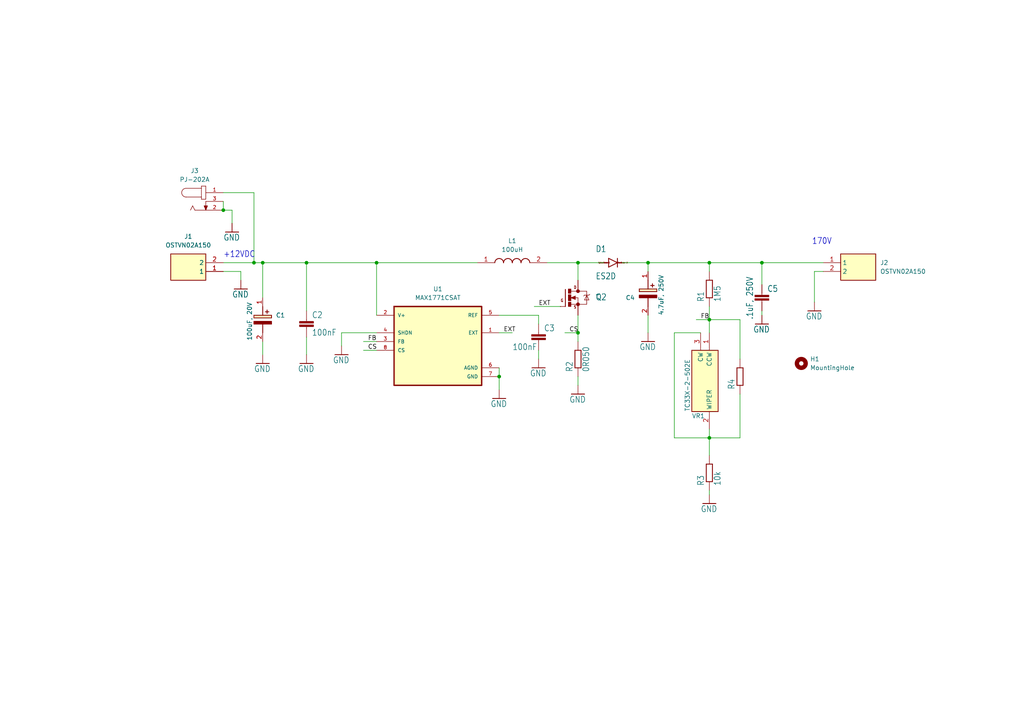
<source format=kicad_sch>
(kicad_sch (version 20230121) (generator eeschema)
  (paper "A4")
  (lib_symbols
    (symbol "EL35901-eagle-import:C-EUC0805"
      (property "Reference" "C" (at 1.524 0.381 0))
      (symbol "C-EUC0805_1_0"
        (rectangle (start -2.032 -2.032) (end 2.032 -1.524) (fill (type outline)))
        (rectangle (start -2.032 -1.016) (end 2.032 -0.508) (fill (type outline)))
        (polyline (pts (xy 0 -2.54) (xy 0 -2.032)) (stroke (width 0.1524)))
        (polyline (pts (xy 0 0) (xy 0 -0.508)) (stroke (width 0.1524)))
        (pin passive line (at 0 2.54 270) (length 2.54) (name "1") (number "1"))
        (pin passive line (at 0 -5.08 90) (length 2.54) (name "2") (number "2"))
      )
    )
    (symbol "EL35901-eagle-import:ES2D"
      (property "Reference" "D" (at 2.54 0.4826 0))
      (symbol "ES2D_1_0"
        (polyline (pts (xy -1.27 -1.27) (xy 1.27 0)) (stroke (width 0.254)))
        (polyline (pts (xy -1.27 0) (xy -2.54 0)) (stroke (width 0.254)))
        (polyline (pts (xy -1.27 0) (xy -1.27 -1.27)) (stroke (width 0.254)))
        (polyline (pts (xy -1.27 1.27) (xy -1.27 0)) (stroke (width 0.254)))
        (polyline (pts (xy 1.27 0) (xy -1.27 1.27)) (stroke (width 0.254)))
        (polyline (pts (xy 1.27 0) (xy 1.27 -1.27)) (stroke (width 0.254)))
        (polyline (pts (xy 1.27 1.27) (xy 1.27 0)) (stroke (width 0.254)))
        (polyline (pts (xy 2.54 0) (xy 1.27 0)) (stroke (width 0.254)))
        (text "SpiceOrder 1" (at -2.54 0 0) (effects (font (size 0.4064 0.3454))))
        (text "SpiceOrder 2" (at 2.54 0 0) (effects (font (size 0.4064 0.3454))))
        (pin passive line (at -2.54 0 0) (length 0) (name "A") (number "A"))
        (pin passive line (at 2.54 0 180) (length 0) (name "C") (number "C"))
      )
    )
    (symbol "EL35901-eagle-import:GND" (power)
      (property "Value" "GND" (at -2.54 -2.54 0))
      (symbol "GND_1_0"
        (polyline (pts (xy -1.905 0) (xy 1.905 0)) (stroke (width 0.254)))
        (pin power_in line (at 0 2.54 270) (length 2.54) (name "GND") (number "1"))
      )
    )
    (symbol "EL35901-eagle-import:IRF740ADPAK"
      (property "Reference" "Q" (at 7.62 2.54 0))
      (symbol "IRF740ADPAK_1_0"
        (rectangle (start -0.254 -2.54) (end 0.508 -1.27) (fill (type outline)))
        (rectangle (start -0.254 -0.889) (end 0.508 0.889) (fill (type outline)))
        (rectangle (start -0.254 1.27) (end 0.508 2.54) (fill (type outline)))
        (polyline (pts (xy -1.1176 -2.54) (xy -2.54 -2.54)) (stroke (width 0.1524)))
        (polyline (pts (xy -1.1176 2.413) (xy -1.1176 -2.54)) (stroke (width 0.254)))
        (polyline (pts (xy 0.508 -1.905) (xy 2.54 -1.905)) (stroke (width 0.1524)))
        (polyline (pts (xy 0.508 0) (xy 1.778 -0.508)) (stroke (width 0.1524)))
        (polyline (pts (xy 0.762 0) (xy 1.651 -0.254)) (stroke (width 0.3048)))
        (polyline (pts (xy 1.651 -0.254) (xy 1.651 0)) (stroke (width 0.3048)))
        (polyline (pts (xy 1.651 0) (xy 1.397 0)) (stroke (width 0.3048)))
        (polyline (pts (xy 1.651 0) (xy 2.54 0)) (stroke (width 0.1524)))
        (polyline (pts (xy 1.651 0.254) (xy 0.762 0)) (stroke (width 0.3048)))
        (polyline (pts (xy 1.778 -0.508) (xy 1.778 0.508)) (stroke (width 0.1524)))
        (polyline (pts (xy 1.778 0.508) (xy 0.508 0)) (stroke (width 0.1524)))
        (polyline (pts (xy 2.54 -1.905) (xy 2.54 -2.54)) (stroke (width 0.1524)))
        (polyline (pts (xy 2.54 0) (xy 2.54 -1.905)) (stroke (width 0.1524)))
        (polyline (pts (xy 2.54 1.905) (xy 0.5334 1.905)) (stroke (width 0.1524)))
        (polyline (pts (xy 2.54 1.905) (xy 5.08 1.905)) (stroke (width 0.1524)))
        (polyline (pts (xy 2.54 2.54) (xy 2.54 1.905)) (stroke (width 0.1524)))
        (polyline (pts (xy 4.445 -0.635) (xy 5.715 -0.635)) (stroke (width 0.1524)))
        (polyline (pts (xy 4.445 0.762) (xy 4.191 0.508)) (stroke (width 0.1524)))
        (polyline (pts (xy 4.445 0.762) (xy 5.08 0.762)) (stroke (width 0.1524)))
        (polyline (pts (xy 5.08 -1.905) (xy 2.54 -1.905)) (stroke (width 0.1524)))
        (polyline (pts (xy 5.08 0.762) (xy 4.445 -0.635)) (stroke (width 0.1524)))
        (polyline (pts (xy 5.08 0.762) (xy 5.08 -1.905)) (stroke (width 0.1524)))
        (polyline (pts (xy 5.08 0.762) (xy 5.715 0.762)) (stroke (width 0.1524)))
        (polyline (pts (xy 5.08 1.905) (xy 5.08 0.762)) (stroke (width 0.1524)))
        (polyline (pts (xy 5.715 -0.635) (xy 5.08 0.762)) (stroke (width 0.1524)))
        (polyline (pts (xy 5.715 0.762) (xy 5.969 1.016)) (stroke (width 0.1524)))
        (circle (center 2.54 -1.905) (radius 0.127) (stroke (width 0.4064)))
        (circle (center 2.54 1.905) (radius 0.127) (stroke (width 0.4064)))
        (text "D" (at 1.27 2.54 0) (effects (font (size 0.8128 0.6908)) (justify left bottom)))
        (text "G" (at -2.54 -1.27 0) (effects (font (size 0.8128 0.6908)) (justify left bottom)))
        (text "S" (at 1.27 -3.175 0) (effects (font (size 0.8128 0.6908)) (justify left bottom)))
        (pin passive line (at -2.54 -2.54 0) (length 0) (name "G") (number "1"))
        (pin passive line (at 2.54 5.08 270) (length 2.54) (name "D") (number "2"))
        (pin passive line (at 2.54 -5.08 90) (length 2.54) (name "S") (number "3"))
      )
    )
    (symbol "EL35901-eagle-import:R-EU_R0805"
      (property "Reference" "R" (at -3.81 1.4986 0))
      (symbol "R-EU_R0805_1_0"
        (polyline (pts (xy -2.54 -0.889) (xy -2.54 0.889)) (stroke (width 0.254)))
        (polyline (pts (xy -2.54 -0.889) (xy 2.54 -0.889)) (stroke (width 0.254)))
        (polyline (pts (xy 2.54 -0.889) (xy 2.54 0.889)) (stroke (width 0.254)))
        (polyline (pts (xy 2.54 0.889) (xy -2.54 0.889)) (stroke (width 0.254)))
        (pin passive line (at -5.08 0 0) (length 2.54) (name "1") (number "1"))
        (pin passive line (at 5.08 0 180) (length 2.54) (name "2") (number "2"))
      )
    )
    (symbol "EL35901-eagle-import:R-EU_R1206"
      (property "Reference" "R" (at -3.81 1.4986 0))
      (symbol "R-EU_R1206_1_0"
        (polyline (pts (xy -2.54 -0.889) (xy -2.54 0.889)) (stroke (width 0.254)))
        (polyline (pts (xy -2.54 -0.889) (xy 2.54 -0.889)) (stroke (width 0.254)))
        (polyline (pts (xy 2.54 -0.889) (xy 2.54 0.889)) (stroke (width 0.254)))
        (polyline (pts (xy 2.54 0.889) (xy -2.54 0.889)) (stroke (width 0.254)))
        (pin passive line (at -5.08 0 0) (length 2.54) (name "1") (number "1"))
        (pin passive line (at 5.08 0 180) (length 2.54) (name "2") (number "2"))
      )
    )
    (symbol "IHLP4040DZER101M11:IHLP4040DZER101M11" (pin_names hide)
      (property "Reference" "L" (at 16.51 6.35 0))
      (property "Value" "IHLP4040DZER101M11" (at 16.51 3.81 0))
      (symbol "IHLP4040DZER101M11_1_1"
        (arc (start 7.62 0) (mid 6.35 1.219) (end 5.08 0) (stroke (width 0.254)))
        (arc (start 10.16 0) (mid 8.89 1.219) (end 7.62 0) (stroke (width 0.254)))
        (arc (start 12.7 0) (mid 11.43 1.219) (end 10.16 0) (stroke (width 0.254)))
        (arc (start 15.24 0) (mid 13.97 1.219) (end 12.7 0) (stroke (width 0.254)))
        (pin passive line (at 0 0 0) (length 5.08) (name "1") (number "1"))
        (pin passive line (at 20.32 0 180) (length 5.08) (name "2") (number "2"))
      )
    )
    (symbol "MAX1771CSAT:MAX1771CSAT" (pin_names (offset 1.016))
      (property "Reference" "U" (at -12.7 11.16 0))
      (property "Value" "MAX1771CSAT" (at -12.7 -16.7 0))
      (symbol "MAX1771CSAT_0_0"
        (rectangle (start -12.7 -12.7) (end 12.7 10.16) (stroke (width 0.41)) (fill (type background)))
        (pin output line (at 17.78 2.54 180) (length 5.08) (name "EXT") (number "1"))
        (pin input line (at -17.78 7.62 0) (length 5.08) (name "V+") (number "2"))
        (pin input line (at -17.78 0 0) (length 5.08) (name "FB") (number "3"))
        (pin input line (at -17.78 2.54 0) (length 5.08) (name "SHDN") (number "4"))
        (pin output line (at 17.78 7.62 180) (length 5.08) (name "REF") (number "5"))
        (pin power_in line (at 17.78 -7.62 180) (length 5.08) (name "AGND") (number "6"))
        (pin power_in line (at 17.78 -10.16 180) (length 5.08) (name "GND") (number "7"))
        (pin input line (at -17.78 -2.54 0) (length 5.08) (name "CS") (number "8"))
      )
    )
    (symbol "Mechanical:MountingHole" (pin_names (offset 1.016))
      (property "Reference" "H" (at 0 5.08 0))
      (property "Value" "MountingHole" (at 0 3.175 0))
      (symbol "MountingHole_0_1"
        (circle (center 0 0) (radius 1.27) (stroke (width 1.27)))
      )
    )
    (symbol "OSTVN02A150:OSTVN02A150"
      (property "Reference" "J" (at 16.51 7.62 0))
      (property "Value" "OSTVN02A150" (at 16.51 5.08 0))
      (symbol "OSTVN02A150_1_1"
        (rectangle (start 5.08 2.54) (end 15.24 -5.08) (stroke (width 0.254)) (fill (type background)))
        (pin passive line (at 0 0 0) (length 5.08) (name "1") (number "1"))
        (pin passive line (at 0 -2.54 0) (length 5.08) (name "2") (number "2"))
      )
    )
    (symbol "PJ-202A:PJ-202A" (pin_names (offset 1.016))
      (property "Reference" "J" (at -7.627 5.0847 0))
      (property "Value" "PJ-202A" (at -7.6214 -5.0809 0))
      (symbol "PJ-202A_0_0"
        (arc (start -5.715 3.81) (mid -6.9795 2.54) (end -5.715 1.27) (stroke (width 0.1524)))
        (polyline (pts (xy -5.715 3.81) (xy -1.27 3.81)) (stroke (width 0.1524)))
        (polyline (pts (xy -3.81 -1.27) (xy -4.445 -2.54)) (stroke (width 0.1524)))
        (polyline (pts (xy -3.175 -2.54) (xy -3.81 -1.27)) (stroke (width 0.1524)))
        (polyline (pts (xy -1.27 0.635) (xy 0 0.635)) (stroke (width 0.1524)))
        (polyline (pts (xy -1.27 1.27) (xy -5.715 1.27)) (stroke (width 0.1524)))
        (polyline (pts (xy -1.27 1.27) (xy -1.27 0.635)) (stroke (width 0.1524)))
        (polyline (pts (xy -1.27 3.81) (xy -1.27 1.27)) (stroke (width 0.1524)))
        (polyline (pts (xy -1.27 4.445) (xy -1.27 3.81)) (stroke (width 0.1524)))
        (polyline (pts (xy 0 -2.54) (xy -3.175 -2.54)) (stroke (width 0.1524)))
        (polyline (pts (xy 0 0) (xy 0 -2.54)) (stroke (width 0.1524)))
        (polyline (pts (xy 0 0.635) (xy 0 4.445)) (stroke (width 0.1524)))
        (polyline (pts (xy 0 4.445) (xy -1.27 4.445)) (stroke (width 0.1524)))
        (polyline (pts (xy 0 -2.54) (xy -0.508 -1.27) (xy 0.508 -1.27) (xy 0 -2.54)) (stroke (width 0.1524)) (fill (type outline)))
        (pin passive line (at 5.08 2.54 180) (length 5.08) (name "~") (number "1"))
        (pin passive line (at 5.08 -2.54 180) (length 5.08) (name "~") (number "2"))
        (pin passive line (at 5.08 0 180) (length 5.08) (name "~") (number "3"))
      )
    )
    (symbol "TAJD107K020RNJ:TAJD107K020RNJ" (pin_names hide)
      (property "Reference" "C" (at 8.89 6.35 0))
      (property "Value" "TAJD107K020RNJ" (at 8.89 3.81 0))
      (symbol "TAJD107K020RNJ_1_1"
        (polyline (pts (xy 2.54 0) (xy 5.08 0)) (stroke (width 0.254)))
        (polyline (pts (xy 4.064 1.778) (xy 4.064 0.762)) (stroke (width 0.254)))
        (polyline (pts (xy 4.572 1.27) (xy 3.556 1.27)) (stroke (width 0.254)))
        (polyline (pts (xy 7.62 0) (xy 10.16 0)) (stroke (width 0.254)))
        (polyline (pts (xy 7.62 2.54) (xy 7.62 -2.54) (xy 6.858 -2.54) (xy 6.858 2.54) (xy 7.62 2.54)) (stroke (width 0.254)) (fill (type outline)))
        (rectangle (start 5.08 2.54) (end 5.842 -2.54) (stroke (width 0.254)) (fill (type background)))
        (pin passive line (at 0 0 0) (length 2.54) (name "+") (number "1"))
        (pin passive line (at 12.7 0 180) (length 2.54) (name "-") (number "2"))
      )
    )
    (symbol "TC33X-2-502E:TC33X-2-502E"
      (property "Reference" "VR" (at 24.13 7.62 0))
      (property "Value" "TC33X-2-502E" (at 24.13 5.08 0))
      (symbol "TC33X-2-502E_1_1"
        (rectangle (start 5.08 2.54) (end 22.86 -5.08) (stroke (width 0.254)) (fill (type background)))
        (pin passive line (at 0 0 0) (length 5.08) (name "CCW") (number "1"))
        (pin passive line (at 27.94 0 180) (length 5.08) (name "WIPER") (number "2"))
        (pin passive line (at 0 -2.54 0) (length 5.08) (name "CW") (number "3"))
      )
    )
    (symbol "UVK2D0R1MED1TD:UVK2D0R1MED1TD" (pin_names hide)
      (property "Reference" "C" (at 8.89 6.35 0))
      (property "Value" "UVK2D0R1MED1TD" (at 8.89 3.81 0))
      (symbol "UVK2D0R1MED1TD_1_1"
        (polyline (pts (xy 2.54 0) (xy 5.08 0)) (stroke (width 0.254)))
        (polyline (pts (xy 4.064 1.778) (xy 4.064 0.762)) (stroke (width 0.254)))
        (polyline (pts (xy 4.572 1.27) (xy 3.556 1.27)) (stroke (width 0.254)))
        (polyline (pts (xy 7.62 0) (xy 10.16 0)) (stroke (width 0.254)))
        (polyline (pts (xy 7.62 2.54) (xy 7.62 -2.54) (xy 6.858 -2.54) (xy 6.858 2.54) (xy 7.62 2.54)) (stroke (width 0.254)) (fill (type outline)))
        (rectangle (start 5.08 2.54) (end 5.842 -2.54) (stroke (width 0.254)) (fill (type background)))
        (pin passive line (at 0 0 0) (length 2.54) (name "+") (number "1"))
        (pin passive line (at 12.7 0 180) (length 2.54) (name "-") (number "2"))
      )
    )
  )
  (junction (at 205.74 76.2))
  (junction (at 73.66 76.2))
  (junction (at 167.64 96.52))
  (junction (at 205.74 92.71))
  (junction (at 76.2 76.2))
  (junction (at 220.98 76.2))
  (junction (at 64.77 60.96))
  (junction (at 205.74 127))
  (junction (at 109.22 76.2))
  (junction (at 88.9 76.2))
  (junction (at 187.96 76.2))
  (junction (at 144.78 109.22))
  (junction (at 167.64 76.2))
  (wire (pts (xy 236.22 78.74) (xy 236.22 87.63)) (stroke (width 0.1524)))
  (wire (pts (xy 220.98 76.2) (xy 220.98 82.55)))
  (wire (pts (xy 214.63 114.3) (xy 214.63 127)))
  (wire (pts (xy 105.41 101.6) (xy 109.22 101.6)))
  (wire (pts (xy 76.2 76.2) (xy 88.9 76.2)) (stroke (width 0.1524)))
  (wire (pts (xy 187.96 76.2) (xy 205.74 76.2)) (stroke (width 0.1524)))
  (wire (pts (xy 205.74 92.71) (xy 214.63 92.71)))
  (wire (pts (xy 201.93 92.71) (xy 205.74 92.71)))
  (wire (pts (xy 73.66 76.2) (xy 76.2 76.2)) (stroke (width 0.1524)))
  (wire (pts (xy 109.22 76.2) (xy 109.22 91.44)))
  (wire (pts (xy 154.94 88.9) (xy 162.56 88.9)))
  (wire (pts (xy 205.74 88.9) (xy 205.74 92.71)) (stroke (width 0.1524)))
  (wire (pts (xy 67.31 60.96) (xy 67.31 64.77)))
  (wire (pts (xy 167.64 91.44) (xy 167.64 96.52)))
  (wire (pts (xy 167.64 96.52) (xy 167.64 99.06)) (stroke (width 0.1524)))
  (wire (pts (xy 205.74 92.71) (xy 205.74 96.52)) (stroke (width 0.1524)))
  (wire (pts (xy 64.77 60.96) (xy 67.31 60.96)))
  (wire (pts (xy 195.58 127) (xy 195.58 96.52)))
  (wire (pts (xy 144.78 106.68) (xy 144.78 109.22)))
  (wire (pts (xy 187.96 91.44) (xy 187.96 96.52)))
  (wire (pts (xy 205.74 142.24) (xy 205.74 143.51)) (stroke (width 0.1524)))
  (wire (pts (xy 195.58 96.52) (xy 203.2 96.52)))
  (wire (pts (xy 144.78 91.44) (xy 156.21 91.44)))
  (wire (pts (xy 88.9 90.17) (xy 88.9 76.2)) (stroke (width 0.1524)))
  (wire (pts (xy 64.77 55.88) (xy 73.66 55.88)))
  (wire (pts (xy 214.63 104.14) (xy 214.63 92.71)))
  (wire (pts (xy 88.9 76.2) (xy 109.22 76.2)) (stroke (width 0.1524)))
  (wire (pts (xy 205.74 124.46) (xy 205.74 127)))
  (wire (pts (xy 167.64 109.22) (xy 167.64 111.76)) (stroke (width 0.1524)))
  (wire (pts (xy 99.06 96.52) (xy 99.06 100.33)) (stroke (width 0.1524)))
  (wire (pts (xy 144.78 96.52) (xy 148.59 96.52)))
  (wire (pts (xy 167.64 76.2) (xy 175.26 76.2)))
  (wire (pts (xy 73.66 55.88) (xy 73.66 76.2)))
  (wire (pts (xy 167.64 76.2) (xy 167.64 81.28)))
  (wire (pts (xy 88.9 97.79) (xy 88.9 102.87)) (stroke (width 0.1524)))
  (wire (pts (xy 205.74 76.2) (xy 220.98 76.2)) (stroke (width 0.1524)))
  (wire (pts (xy 64.77 76.2) (xy 73.66 76.2)) (stroke (width 0.1524)))
  (wire (pts (xy 69.85 78.74) (xy 64.77 78.74)) (stroke (width 0.1524)))
  (wire (pts (xy 187.96 76.2) (xy 187.96 78.74)))
  (wire (pts (xy 158.75 76.2) (xy 167.64 76.2)))
  (wire (pts (xy 99.06 96.52) (xy 109.22 96.52)) (stroke (width 0.1524)))
  (wire (pts (xy 156.21 91.44) (xy 156.21 93.98)) (stroke (width 0.1524)))
  (wire (pts (xy 205.74 127) (xy 205.74 132.08)))
  (wire (pts (xy 69.85 78.74) (xy 69.85 81.28)) (stroke (width 0.1524)))
  (wire (pts (xy 214.63 127) (xy 205.74 127)))
  (wire (pts (xy 180.34 76.2) (xy 187.96 76.2)) (stroke (width 0.1524)))
  (wire (pts (xy 64.77 58.42) (xy 64.77 60.96)))
  (wire (pts (xy 236.22 78.74) (xy 238.76 78.74)) (stroke (width 0.1524)))
  (wire (pts (xy 205.74 78.74) (xy 205.74 76.2)) (stroke (width 0.1524)))
  (wire (pts (xy 163.83 96.52) (xy 167.64 96.52)))
  (wire (pts (xy 76.2 99.06) (xy 76.2 102.87)))
  (wire (pts (xy 205.74 127) (xy 195.58 127)))
  (wire (pts (xy 156.21 101.6) (xy 156.21 104.14)) (stroke (width 0.1524)))
  (wire (pts (xy 109.22 76.2) (xy 138.43 76.2)))
  (wire (pts (xy 220.98 90.17) (xy 220.98 91.44)))
  (wire (pts (xy 76.2 76.2) (xy 76.2 86.36)))
  (wire (pts (xy 105.41 99.06) (xy 109.22 99.06)))
  (wire (pts (xy 144.78 109.22) (xy 144.78 113.03)))
  (wire (pts (xy 220.98 76.2) (xy 238.76 76.2)) (stroke (width 0.1524)))
  (text "+12VDC" (at 64.77 74.93 0) (effects (font (size 1.778 1.5113)) (justify left bottom)))
  (text "170V" (at 241.3 71.12 0) (effects (font (size 1.778 1.5113)) (justify right bottom)))
  (label "CS" (at 106.68 101.6 0))
  (label "EXT" (at 146.05 96.52 0))
  (label "EXT" (at 156.21 88.9 0))
  (label "FB" (at 203.2 92.71 0))
  (label "CS" (at 165.1 96.52 0))
  (label "FB" (at 106.68 99.06 0))
  (symbol (lib_id "EL35901-eagle-import:ES2D") (at 177.8 76.2 0) (unit 1)
    (property "Reference" "D1" (at 172.72 73.1774 0) (effects (font (size 1.778 1.5113)) (justify left bottom)))
    (property "Value" "ES2D" (at 172.72 81.0514 0) (effects (font (size 1.778 1.5113)) (justify left bottom)))
    (property "Footprint" "EL35901:SMB" (effects hide))
  )
  (symbol (lib_id "IHLP4040DZER101M11:IHLP4040DZER101M11") (at 138.43 76.2 0) (unit 1)
    (property "Reference" "L1" (at 148.59 69.85 0))
    (property "Value" "100uH" (at 148.59 72.39 0))
    (property "Footprint" "INDPM108102X400N" (effects hide))
    (property "Datasheet" "https://www.vishay.com/doc?34192" (effects hide))
    (property "Height" "4" (effects hide))
    (property "Manufacturer_Name" "Vishay" (effects hide))
    (property "Manufacturer_Part_Number" "IHLP4040DZER101M11" (effects hide))
    (property "Mouser Part Number" "70-IHLP4040DZER101M1" (effects hide))
    (property "Mouser Price/Stock" "https://www.mouser.co.uk/ProductDetail/Vishay-Dale/IHLP4040DZER101M11?qs=gMuw6kkpPFgLgU3Xdzj89A%3D%3D" (effects hide))
    (property "Arrow Part Number" "IHLP4040DZER101M11" (effects hide))
    (property "Arrow Price/Stock" "https://www.arrow.com/en/products/ihlp4040dzer101m11/vishay?region=europe" (effects hide))
  )
  (symbol (lib_id "EL35901-eagle-import:GND") (at 69.85 83.82 0) (unit 1)
    (property "Reference" "#GND02" (effects hide))
    (property "Value" "GND" (at 67.31 86.36 0) (effects (font (size 1.778 1.5113)) (justify left bottom)))
  )
  (symbol (lib_id "EL35901-eagle-import:R-EU_R1206") (at 167.64 104.14 90) (unit 1)
    (property "Reference" "R2" (at 166.1414 107.95 0) (effects (font (size 1.778 1.5113)) (justify left bottom)))
    (property "Value" "0R050" (at 170.942 107.95 0) (effects (font (size 1.778 1.5113)) (justify left bottom)))
    (property "Footprint" "EL35901:R1206" (effects hide))
  )
  (symbol (lib_id "EL35901-eagle-import:C-EUC0805") (at 220.98 85.09 0) (unit 1)
    (property "Reference" "C5" (at 222.504 84.709 0) (effects (font (size 1.778 1.5113)) (justify left bottom)))
    (property "Value" ".1uF, 250V" (at 218.44 92.71 90) (effects (font (size 1.778 1.5113)) (justify left bottom)))
    (property "Footprint" "EL35901:C0805" (effects hide))
  )
  (symbol (lib_id "EL35901-eagle-import:GND") (at 156.21 106.68 0) (unit 1)
    (property "Reference" "#GND013" (effects hide))
    (property "Value" "GND" (at 153.67 109.22 0) (effects (font (size 1.778 1.5113)) (justify left bottom)))
  )
  (symbol (lib_id "PJ-202A:PJ-202A") (at 59.69 58.42 0) (unit 1)
    (property "Reference" "J3" (at 56.4542 49.53 0))
    (property "Value" "PJ-202A" (at 56.4542 52.07 0))
    (property "Footprint" "CUI_PJ-202A" (effects hide))
    (property "STANDARD" "Manufacturer recommendations" (effects hide))
    (property "PART_REV" "1.02" (effects hide))
    (property "MANUFACTURER" "CUI INC" (effects hide))
  )
  (symbol (lib_id "UVK2D0R1MED1TD:UVK2D0R1MED1TD") (at 187.96 78.74 270) (unit 1)
    (property "Reference" "C4" (at 184.15 86.36 90) (effects (justify right)))
    (property "Value" "4.7uF, 250V" (at 191.77 91.44 0) (effects (justify right)))
    (property "Footprint" "CAPPRD250W50D655H1250" (effects hide))
    (property "Datasheet" "http://nichicon-us.com/english/products/pdfs/e-uvk.pdf" (effects hide))
    (property "Height" "12.5" (effects hide))
    (property "Manufacturer_Name" "Nichicon" (effects hide))
    (property "Manufacturer_Part_Number" "UVK2D0R1MED1TD" (effects hide))
  )
  (symbol (lib_id "OSTVN02A150:OSTVN02A150") (at 238.76 76.2 0) (unit 1)
    (property "Reference" "J2" (at 255.27 76.2 0) (effects (justify left)))
    (property "Value" "OSTVN02A150" (at 255.27 78.74 0) (effects (justify left)))
    (property "Footprint" "OSTVN02A150" (effects hide))
    (property "Datasheet" "https://www.arrow.com/en/products/ostvn02a150/on-shore-technology" (effects hide))
    (property "Height" "8.8" (effects hide))
    (property "Manufacturer_Name" "On Shore Technology Inc." (effects hide))
    (property "Manufacturer_Part_Number" "OSTVN02A150" (effects hide))
    (property "Arrow Part Number" "OSTVN02A150" (effects hide))
    (property "Arrow Price/Stock" "https://www.arrow.com/en/products/ostvn02a150/on-shore-technology?region=nac" (effects hide))
  )
  (symbol (lib_id "EL35901-eagle-import:GND") (at 88.9 105.41 0) (unit 1)
    (property "Reference" "#GND010" (effects hide))
    (property "Value" "GND" (at 86.36 107.95 0) (effects (font (size 1.778 1.5113)) (justify left bottom)))
  )
  (symbol (lib_id "EL35901-eagle-import:GND") (at 167.64 114.3 0) (unit 1)
    (property "Reference" "#GND06" (effects hide))
    (property "Value" "GND" (at 165.1 116.84 0) (effects (font (size 1.778 1.5113)) (justify left bottom)))
  )
  (symbol (lib_id "EL35901-eagle-import:C-EUC0805") (at 156.21 96.52 0) (unit 1)
    (property "Reference" "C3" (at 157.734 96.139 0) (effects (font (size 1.778 1.5113)) (justify left bottom)))
    (property "Value" "100nF" (at 148.59 101.6 0) (effects (font (size 1.778 1.5113)) (justify left bottom)))
    (property "Footprint" "EL35901:C0805" (effects hide))
  )
  (symbol (lib_id "Mechanical:MountingHole") (at 232.41 105.41 0) (unit 1)
    (property "Reference" "H1" (at 234.95 104.14 0) (effects (justify left)))
    (property "Value" "MountingHole" (at 234.95 106.68 0) (effects (justify left)))
    (property "Footprint" "MountingHole:MountingHole_3.5mm_Pad_Via" (effects hide))
  )
  (symbol (lib_id "EL35901-eagle-import:C-EUC0805") (at 88.9 92.71 0) (unit 1)
    (property "Reference" "C2" (at 90.424 92.329 0) (effects (font (size 1.778 1.5113)) (justify left bottom)))
    (property "Value" "100nF" (at 90.424 97.409 0) (effects (font (size 1.778 1.5113)) (justify left bottom)))
    (property "Footprint" "EL35901:C0805" (effects hide))
  )
  (symbol (lib_id "EL35901-eagle-import:R-EU_R0805") (at 205.74 83.82 90) (unit 1)
    (property "Reference" "R1" (at 204.2414 87.63 0) (effects (font (size 1.778 1.5113)) (justify left bottom)))
    (property "Value" "1M5" (at 209.042 87.63 0) (effects (font (size 1.778 1.5113)) (justify left bottom)))
    (property "Footprint" "EL35901:R0805" (effects hide))
  )
  (symbol (lib_id "TC33X-2-502E:TC33X-2-502E") (at 205.74 96.52 270) (unit 1)
    (property "Reference" "VR1" (at 200.66 120.65 90) (effects (justify left)))
    (property "Value" "TC33X-2-502E" (at 199.39 104.14 0) (effects (justify left)))
    (property "Footprint" "TC33X2503E" (effects hide))
    (property "Datasheet" "https://www.bourns.com/pdfs/TC33.pdf" (effects hide))
    (property "Height" "1.2" (effects hide))
    (property "Manufacturer_Name" "Bourns" (effects hide))
    (property "Manufacturer_Part_Number" "TC33X-2-502E" (effects hide))
    (property "Mouser Part Number" "652-TC33X-2-502E" (effects hide))
    (property "Mouser Price/Stock" "https://www.mouser.co.uk/ProductDetail/Bourns/TC33X-2-502E?qs=r%252B5EJQndA0pTgyiJsDuA%252BA%3D%3D" (effects hide))
    (property "Arrow Part Number" "TC33X-2-502E" (effects hide))
    (property "Arrow Price/Stock" "https://www.arrow.com/en/products/tc33x-2-502e/bourns?region=nac" (effects hide))
  )
  (symbol (lib_id "EL35901-eagle-import:GND") (at 76.2 105.41 0) (unit 1)
    (property "Reference" "#GND01" (effects hide))
    (property "Value" "GND" (at 73.66 107.95 0) (effects (font (size 1.778 1.5113)) (justify left bottom)))
  )
  (symbol (lib_id "EL35901-eagle-import:GND") (at 99.06 102.87 0) (unit 1)
    (property "Reference" "#GND014" (effects hide))
    (property "Value" "GND" (at 96.52 105.41 0) (effects (font (size 1.778 1.5113)) (justify left bottom)))
  )
  (symbol (lib_id "EL35901-eagle-import:R-EU_R0805") (at 205.74 137.16 90) (unit 1)
    (property "Reference" "R3" (at 204.2414 140.97 0) (effects (font (size 1.778 1.5113)) (justify left bottom)))
    (property "Value" "10k" (at 209.042 140.97 0) (effects (font (size 1.778 1.5113)) (justify left bottom)))
    (property "Footprint" "EL35901:R0805" (effects hide))
  )
  (symbol (lib_id "EL35901-eagle-import:GND") (at 67.31 67.31 0) (unit 1)
    (property "Reference" "#GND03" (effects hide))
    (property "Value" "GND" (at 64.77 69.85 0) (effects (font (size 1.778 1.5113)) (justify left bottom)))
  )
  (symbol (lib_id "EL35901-eagle-import:GND") (at 187.96 99.06 0) (unit 1)
    (property "Reference" "#GND07" (effects hide))
    (property "Value" "GND" (at 185.42 101.6 0) (effects (font (size 1.778 1.5113)) (justify left bottom)))
  )
  (symbol (lib_id "EL35901-eagle-import:GND") (at 236.22 90.17 0) (unit 1)
    (property "Reference" "#GND011" (effects hide))
    (property "Value" "GND" (at 233.68 92.71 0) (effects (font (size 1.778 1.5113)) (justify left bottom)))
  )
  (symbol (lib_id "MAX1771CSAT:MAX1771CSAT") (at 127 99.06 0) (unit 1)
    (property "Reference" "U1" (at 127 83.82 0))
    (property "Value" "MAX1771CSAT" (at 127 86.36 0))
    (property "Footprint" "SOIC127P600X175-8N" (effects hide))
    (property "MF" "Maxim Integrated" (effects hide))
    (property "DESCRIPTION" "Boost, Buck-Boost Regulator Positive Output Step-Up, Step-Up/Step-Down DC-DC Controller IC 8-SOIC" (effects hide))
    (property "PACKAGE" "SOIC-8 Maxim" (effects hide))
    (property "PRICE" "None" (effects hide))
    (property "MP" "MAX1771CSAT" (effects hide))
    (property "AVAILABILITY" "Unavailable" (effects hide))
  )
  (symbol (lib_id "EL35901-eagle-import:R-EU_R0805") (at 214.63 109.22 90) (unit 1)
    (property "Reference" "R4" (at 213.1314 113.03 0) (effects (font (size 1.778 1.5113)) (justify left bottom)))
    (property "Value" "1M5" (effects hide))
    (property "Footprint" "EL35901:R0805" (effects hide))
  )
  (symbol (lib_id "EL35901-eagle-import:GND") (at 144.78 115.57 0) (unit 1)
    (property "Reference" "#GND012" (effects hide))
    (property "Value" "GND" (at 142.24 118.11 0) (effects (font (size 1.778 1.5113)) (justify left bottom)))
  )
  (symbol (lib_id "TAJD107K020RNJ:TAJD107K020RNJ") (at 76.2 86.36 270) (unit 1)
    (property "Reference" "C1" (at 80.01 91.44 90) (effects (justify left)))
    (property "Value" "100uF, 20V" (at 72.39 87.63 0) (effects (justify left)))
    (property "Footprint" "CAPPM7344X310N" (effects hide))
    (property "Datasheet" "http://datasheets.avx.com/TAJ.pdf" (effects hide))
    (property "Height" "3.1" (effects hide))
    (property "Manufacturer_Name" "AVX" (effects hide))
    (property "Manufacturer_Part_Number" "TAJD107K020RNJ" (effects hide))
    (property "Mouser Part Number" "581-TAJD107K020R" (effects hide))
    (property "Mouser Price/Stock" "https://www.mouser.co.uk/ProductDetail/AVX/TAJD107K020RNJ?qs=vCvzkGKhcJTayC4TVOJC1w%3D%3D" (effects hide))
    (property "Arrow Part Number" "TAJD107K020RNJ" (effects hide))
    (property "Arrow Price/Stock" "https://www.arrow.com/en/products/tajd107k020rnj/avx" (effects hide))
  )
  (symbol (lib_id "EL35901-eagle-import:GND") (at 220.98 93.98 0) (unit 1)
    (property "Reference" "#GND09" (effects hide))
    (property "Value" "GND" (at 218.44 96.52 0) (effects (font (size 1.778 1.5113)) (justify left bottom)))
  )
  (symbol (lib_id "EL35901-eagle-import:GND") (at 205.74 146.05 0) (unit 1)
    (property "Reference" "#GND08" (effects hide))
    (property "Value" "GND" (at 203.2 148.59 0) (effects (font (size 1.778 1.5113)) (justify left bottom)))
  )
  (symbol (lib_id "EL35901-eagle-import:IRF740ADPAK") (at 165.1 86.36 0) (unit 1)
    (property "Reference" "Q2" (at 172.72 86.1631 0) (effects (font (size 1.778 1.5113)) (justify left)))
    (property "Value" "~" (at 172.72 86.36 0) (effects (font (size 1.778 1.5113)) (justify left bottom)))
    (property "Footprint" "EL35901:TO-263_D2PAK" (effects hide))
  )
  (symbol (lib_id "OSTVN02A150:OSTVN02A150") (at 64.77 78.74 180) (unit 1)
    (property "Reference" "J1" (at 54.61 68.58 0))
    (property "Value" "OSTVN02A150" (at 54.61 71.12 0))
    (property "Footprint" "OSTVN02A150" (effects hide))
    (property "Datasheet" "https://www.arrow.com/en/products/ostvn02a150/on-shore-technology" (effects hide))
    (property "Height" "8.8" (effects hide))
    (property "Manufacturer_Name" "On Shore Technology Inc." (effects hide))
    (property "Manufacturer_Part_Number" "OSTVN02A150" (effects hide))
    (property "Arrow Part Number" "OSTVN02A150" (effects hide))
    (property "Arrow Price/Stock" "https://www.arrow.com/en/products/ostvn02a150/on-shore-technology?region=nac" (effects hide))
  )
)
</source>
